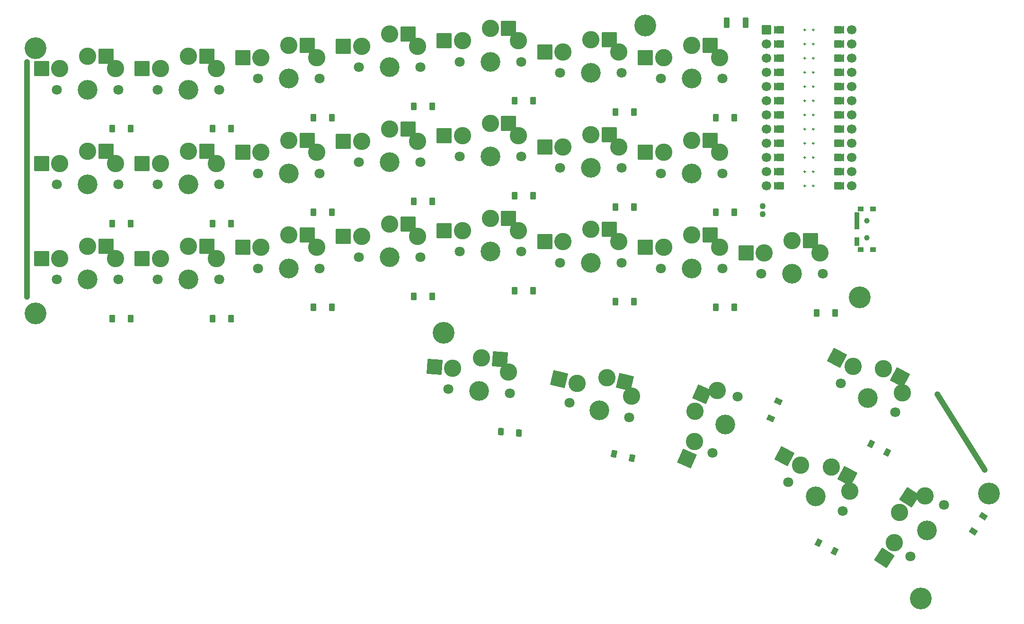
<source format=gbr>
%TF.GenerationSoftware,KiCad,Pcbnew,6.0.7*%
%TF.CreationDate,2022-09-18T19:07:01-04:00*%
%TF.ProjectId,flutter_v2_wren,666c7574-7465-4725-9f76-325f7772656e,v1.0.0*%
%TF.SameCoordinates,Original*%
%TF.FileFunction,Soldermask,Top*%
%TF.FilePolarity,Negative*%
%FSLAX46Y46*%
G04 Gerber Fmt 4.6, Leading zero omitted, Abs format (unit mm)*
G04 Created by KiCad (PCBNEW 6.0.7) date 2022-09-18 19:07:01*
%MOMM*%
%LPD*%
G01*
G04 APERTURE LIST*
G04 Aperture macros list*
%AMRoundRect*
0 Rectangle with rounded corners*
0 $1 Rounding radius*
0 $2 $3 $4 $5 $6 $7 $8 $9 X,Y pos of 4 corners*
0 Add a 4 corners polygon primitive as box body*
4,1,4,$2,$3,$4,$5,$6,$7,$8,$9,$2,$3,0*
0 Add four circle primitives for the rounded corners*
1,1,$1+$1,$2,$3*
1,1,$1+$1,$4,$5*
1,1,$1+$1,$6,$7*
1,1,$1+$1,$8,$9*
0 Add four rect primitives between the rounded corners*
20,1,$1+$1,$2,$3,$4,$5,0*
20,1,$1+$1,$4,$5,$6,$7,0*
20,1,$1+$1,$6,$7,$8,$9,0*
20,1,$1+$1,$8,$9,$2,$3,0*%
%AMFreePoly0*
4,1,14,0.635355,0.435355,0.650000,0.400000,0.650000,0.200000,0.635355,0.164645,0.035355,-0.435355,0.000000,-0.450000,-0.035355,-0.435355,-0.635355,0.164645,-0.650000,0.200000,-0.650000,0.400000,-0.635355,0.435355,-0.600000,0.450000,0.600000,0.450000,0.635355,0.435355,0.635355,0.435355,$1*%
%AMFreePoly1*
4,1,16,0.635355,1.035355,0.650000,1.000000,0.650000,-0.250000,0.635355,-0.285355,0.600000,-0.300000,-0.600000,-0.300000,-0.635355,-0.285355,-0.650000,-0.250000,-0.650000,1.000000,-0.635355,1.035355,-0.600000,1.050000,-0.564645,1.035355,0.000000,0.470710,0.564645,1.035355,0.600000,1.050000,0.635355,1.035355,0.635355,1.035355,$1*%
G04 Aperture macros list end*
%ADD10C,1.000000*%
%ADD11C,0.250000*%
%ADD12C,0.100000*%
%ADD13C,1.100000*%
%ADD14RoundRect,0.050000X0.450000X0.600000X-0.450000X0.600000X-0.450000X-0.600000X0.450000X-0.600000X0*%
%ADD15RoundRect,0.050000X0.679009X0.318506X-0.115643X0.741031X-0.679009X-0.318506X0.115643X-0.741031X0*%
%ADD16C,3.900000*%
%ADD17C,1.801800*%
%ADD18C,3.100000*%
%ADD19C,3.529000*%
%ADD20RoundRect,0.050000X-1.300000X-1.300000X1.300000X-1.300000X1.300000X1.300000X-1.300000X1.300000X0*%
%ADD21RoundRect,0.050000X0.382241X-1.798302X1.798302X0.382241X-0.382241X1.798302X-1.798302X-0.382241X0*%
%ADD22RoundRect,0.050000X-1.758145X-0.537519X0.537519X-1.758145X1.758145X0.537519X-0.537519X1.758145X0*%
%ADD23RoundRect,0.050000X-1.387517X-1.206150X1.206150X-1.387517X1.387517X1.206150X-1.206150X1.387517X0*%
%ADD24C,1.000000*%
%ADD25RoundRect,0.050000X-0.500000X-0.400000X0.500000X-0.400000X0.500000X0.400000X-0.500000X0.400000X0*%
%ADD26RoundRect,0.050000X-0.350000X-0.750000X0.350000X-0.750000X0.350000X0.750000X-0.350000X0.750000X0*%
%ADD27RoundRect,0.050000X-1.567560X-0.960602X0.960602X-1.567560X1.567560X0.960602X-0.960602X1.567560X0*%
%ADD28RoundRect,0.050000X-0.365096X0.655137X-0.731159X-0.167053X0.365096X-0.655137X0.731159X0.167053X0*%
%ADD29RoundRect,0.050000X0.490758X0.567148X-0.407050X0.629929X-0.490758X-0.567148X0.407050X-0.629929X0*%
%ADD30RoundRect,0.050000X0.658851X-1.716367X1.716367X0.658851X-0.658851X1.716367X-1.716367X-0.658851X0*%
%ADD31RoundRect,0.050000X-0.258115X0.704185X-0.748290X-0.050618X0.258115X-0.704185X0.748290X0.050618X0*%
%ADD32RoundRect,0.050000X0.577634X0.478372X-0.297499X0.688472X-0.577634X-0.478372X0.297499X-0.688472X0*%
%ADD33C,1.700000*%
%ADD34FreePoly0,90.000000*%
%ADD35RoundRect,0.050000X-0.800000X0.800000X-0.800000X-0.800000X0.800000X-0.800000X0.800000X0.800000X0*%
%ADD36FreePoly0,270.000000*%
%ADD37FreePoly1,270.000000*%
%ADD38FreePoly1,90.000000*%
%ADD39RoundRect,0.050000X-0.450000X-0.850000X0.450000X-0.850000X0.450000X0.850000X-0.450000X0.850000X0*%
G04 APERTURE END LIST*
D10*
X151933710Y-20574099D02*
X160433710Y-34074099D01*
X-10822339Y38925536D02*
X-10822339Y-3074464D01*
D11*
%TO.C,MCU1*%
X129887000Y16780000D02*
G75*
G03*
X129887000Y16780000I-125000J0D01*
G01*
X129887000Y26940000D02*
G75*
G03*
X129887000Y26940000I-125000J0D01*
G01*
X129887000Y24400000D02*
G75*
G03*
X129887000Y24400000I-125000J0D01*
G01*
X128363000Y42180000D02*
G75*
G03*
X128363000Y42180000I-125000J0D01*
G01*
X128363000Y19320000D02*
G75*
G03*
X128363000Y19320000I-125000J0D01*
G01*
X129887000Y39640000D02*
G75*
G03*
X129887000Y39640000I-125000J0D01*
G01*
X129887000Y44720000D02*
G75*
G03*
X129887000Y44720000I-125000J0D01*
G01*
X129887000Y29480000D02*
G75*
G03*
X129887000Y29480000I-125000J0D01*
G01*
X128363000Y37100000D02*
G75*
G03*
X128363000Y37100000I-125000J0D01*
G01*
X128363000Y24400000D02*
G75*
G03*
X128363000Y24400000I-125000J0D01*
G01*
X129887000Y19320000D02*
G75*
G03*
X129887000Y19320000I-125000J0D01*
G01*
X128363000Y39640000D02*
G75*
G03*
X128363000Y39640000I-125000J0D01*
G01*
X129887000Y34560000D02*
G75*
G03*
X129887000Y34560000I-125000J0D01*
G01*
X129887000Y37100000D02*
G75*
G03*
X129887000Y37100000I-125000J0D01*
G01*
X128363000Y44720000D02*
G75*
G03*
X128363000Y44720000I-125000J0D01*
G01*
X128363000Y32020000D02*
G75*
G03*
X128363000Y32020000I-125000J0D01*
G01*
X129887000Y32020000D02*
G75*
G03*
X129887000Y32020000I-125000J0D01*
G01*
X128363000Y26940000D02*
G75*
G03*
X128363000Y26940000I-125000J0D01*
G01*
X128363000Y34560000D02*
G75*
G03*
X128363000Y34560000I-125000J0D01*
G01*
X129887000Y42180000D02*
G75*
G03*
X129887000Y42180000I-125000J0D01*
G01*
X128363000Y21860000D02*
G75*
G03*
X128363000Y21860000I-125000J0D01*
G01*
X128363000Y29480000D02*
G75*
G03*
X128363000Y29480000I-125000J0D01*
G01*
X129887000Y21860000D02*
G75*
G03*
X129887000Y21860000I-125000J0D01*
G01*
X128363000Y16780000D02*
G75*
G03*
X128363000Y16780000I-125000J0D01*
G01*
G36*
X135096000Y16272000D02*
G01*
X134080000Y16272000D01*
X134080000Y17288000D01*
X135096000Y17288000D01*
X135096000Y16272000D01*
G37*
D12*
X135096000Y16272000D02*
X134080000Y16272000D01*
X134080000Y17288000D01*
X135096000Y17288000D01*
X135096000Y16272000D01*
G36*
X123920000Y28972000D02*
G01*
X122904000Y28972000D01*
X122904000Y29988000D01*
X123920000Y29988000D01*
X123920000Y28972000D01*
G37*
X123920000Y28972000D02*
X122904000Y28972000D01*
X122904000Y29988000D01*
X123920000Y29988000D01*
X123920000Y28972000D01*
G36*
X135096000Y23892000D02*
G01*
X134080000Y23892000D01*
X134080000Y24908000D01*
X135096000Y24908000D01*
X135096000Y23892000D01*
G37*
X135096000Y23892000D02*
X134080000Y23892000D01*
X134080000Y24908000D01*
X135096000Y24908000D01*
X135096000Y23892000D01*
G36*
X123920000Y21352000D02*
G01*
X122904000Y21352000D01*
X122904000Y22368000D01*
X123920000Y22368000D01*
X123920000Y21352000D01*
G37*
X123920000Y21352000D02*
X122904000Y21352000D01*
X122904000Y22368000D01*
X123920000Y22368000D01*
X123920000Y21352000D01*
G36*
X135096000Y28972000D02*
G01*
X134080000Y28972000D01*
X134080000Y29988000D01*
X135096000Y29988000D01*
X135096000Y28972000D01*
G37*
X135096000Y28972000D02*
X134080000Y28972000D01*
X134080000Y29988000D01*
X135096000Y29988000D01*
X135096000Y28972000D01*
G36*
X135096000Y44212000D02*
G01*
X134080000Y44212000D01*
X134080000Y45228000D01*
X135096000Y45228000D01*
X135096000Y44212000D01*
G37*
X135096000Y44212000D02*
X134080000Y44212000D01*
X134080000Y45228000D01*
X135096000Y45228000D01*
X135096000Y44212000D01*
G36*
X123920000Y26432000D02*
G01*
X122904000Y26432000D01*
X122904000Y27448000D01*
X123920000Y27448000D01*
X123920000Y26432000D01*
G37*
X123920000Y26432000D02*
X122904000Y26432000D01*
X122904000Y27448000D01*
X123920000Y27448000D01*
X123920000Y26432000D01*
G36*
X123920000Y31512000D02*
G01*
X122904000Y31512000D01*
X122904000Y32528000D01*
X123920000Y32528000D01*
X123920000Y31512000D01*
G37*
X123920000Y31512000D02*
X122904000Y31512000D01*
X122904000Y32528000D01*
X123920000Y32528000D01*
X123920000Y31512000D01*
G36*
X135096000Y34052000D02*
G01*
X134080000Y34052000D01*
X134080000Y35068000D01*
X135096000Y35068000D01*
X135096000Y34052000D01*
G37*
X135096000Y34052000D02*
X134080000Y34052000D01*
X134080000Y35068000D01*
X135096000Y35068000D01*
X135096000Y34052000D01*
G36*
X135096000Y31512000D02*
G01*
X134080000Y31512000D01*
X134080000Y32528000D01*
X135096000Y32528000D01*
X135096000Y31512000D01*
G37*
X135096000Y31512000D02*
X134080000Y31512000D01*
X134080000Y32528000D01*
X135096000Y32528000D01*
X135096000Y31512000D01*
G36*
X123920000Y41672000D02*
G01*
X122904000Y41672000D01*
X122904000Y42688000D01*
X123920000Y42688000D01*
X123920000Y41672000D01*
G37*
X123920000Y41672000D02*
X122904000Y41672000D01*
X122904000Y42688000D01*
X123920000Y42688000D01*
X123920000Y41672000D01*
G36*
X123920000Y36592000D02*
G01*
X122904000Y36592000D01*
X122904000Y37608000D01*
X123920000Y37608000D01*
X123920000Y36592000D01*
G37*
X123920000Y36592000D02*
X122904000Y36592000D01*
X122904000Y37608000D01*
X123920000Y37608000D01*
X123920000Y36592000D01*
G36*
X135096000Y21352000D02*
G01*
X134080000Y21352000D01*
X134080000Y22368000D01*
X135096000Y22368000D01*
X135096000Y21352000D01*
G37*
X135096000Y21352000D02*
X134080000Y21352000D01*
X134080000Y22368000D01*
X135096000Y22368000D01*
X135096000Y21352000D01*
G36*
X135096000Y36592000D02*
G01*
X134080000Y36592000D01*
X134080000Y37608000D01*
X135096000Y37608000D01*
X135096000Y36592000D01*
G37*
X135096000Y36592000D02*
X134080000Y36592000D01*
X134080000Y37608000D01*
X135096000Y37608000D01*
X135096000Y36592000D01*
G36*
X123920000Y39132000D02*
G01*
X122904000Y39132000D01*
X122904000Y40148000D01*
X123920000Y40148000D01*
X123920000Y39132000D01*
G37*
X123920000Y39132000D02*
X122904000Y39132000D01*
X122904000Y40148000D01*
X123920000Y40148000D01*
X123920000Y39132000D01*
G36*
X123920000Y44212000D02*
G01*
X122904000Y44212000D01*
X122904000Y45228000D01*
X123920000Y45228000D01*
X123920000Y44212000D01*
G37*
X123920000Y44212000D02*
X122904000Y44212000D01*
X122904000Y45228000D01*
X123920000Y45228000D01*
X123920000Y44212000D01*
G36*
X123920000Y18812000D02*
G01*
X122904000Y18812000D01*
X122904000Y19828000D01*
X123920000Y19828000D01*
X123920000Y18812000D01*
G37*
X123920000Y18812000D02*
X122904000Y18812000D01*
X122904000Y19828000D01*
X123920000Y19828000D01*
X123920000Y18812000D01*
G36*
X123920000Y34052000D02*
G01*
X122904000Y34052000D01*
X122904000Y35068000D01*
X123920000Y35068000D01*
X123920000Y34052000D01*
G37*
X123920000Y34052000D02*
X122904000Y34052000D01*
X122904000Y35068000D01*
X123920000Y35068000D01*
X123920000Y34052000D01*
G36*
X135096000Y26432000D02*
G01*
X134080000Y26432000D01*
X134080000Y27448000D01*
X135096000Y27448000D01*
X135096000Y26432000D01*
G37*
X135096000Y26432000D02*
X134080000Y26432000D01*
X134080000Y27448000D01*
X135096000Y27448000D01*
X135096000Y26432000D01*
G36*
X135096000Y41672000D02*
G01*
X134080000Y41672000D01*
X134080000Y42688000D01*
X135096000Y42688000D01*
X135096000Y41672000D01*
G37*
X135096000Y41672000D02*
X134080000Y41672000D01*
X134080000Y42688000D01*
X135096000Y42688000D01*
X135096000Y41672000D01*
G36*
X123920000Y23892000D02*
G01*
X122904000Y23892000D01*
X122904000Y24908000D01*
X123920000Y24908000D01*
X123920000Y23892000D01*
G37*
X123920000Y23892000D02*
X122904000Y23892000D01*
X122904000Y24908000D01*
X123920000Y24908000D01*
X123920000Y23892000D01*
G36*
X135096000Y39132000D02*
G01*
X134080000Y39132000D01*
X134080000Y40148000D01*
X135096000Y40148000D01*
X135096000Y39132000D01*
G37*
X135096000Y39132000D02*
X134080000Y39132000D01*
X134080000Y40148000D01*
X135096000Y40148000D01*
X135096000Y39132000D01*
G36*
X123920000Y16272000D02*
G01*
X122904000Y16272000D01*
X122904000Y17288000D01*
X123920000Y17288000D01*
X123920000Y16272000D01*
G37*
X123920000Y16272000D02*
X122904000Y16272000D01*
X122904000Y17288000D01*
X123920000Y17288000D01*
X123920000Y16272000D01*
G36*
X135096000Y18812000D02*
G01*
X134080000Y18812000D01*
X134080000Y19828000D01*
X135096000Y19828000D01*
X135096000Y18812000D01*
G37*
X135096000Y18812000D02*
X134080000Y18812000D01*
X134080000Y19828000D01*
X135096000Y19828000D01*
X135096000Y18812000D01*
%TD*%
D13*
%TO.C,*%
X120677661Y13175536D03*
X120677661Y11675536D03*
%TD*%
D14*
%TO.C,D1*%
X7650000Y-7000000D03*
X4350000Y-7000000D03*
%TD*%
%TO.C,D2*%
X7650000Y10000000D03*
X4350000Y10000000D03*
%TD*%
%TO.C,D3*%
X7650000Y27000000D03*
X4350000Y27000000D03*
%TD*%
D15*
%TO.C,D24*%
X143013559Y-30998308D03*
X140099831Y-29449052D03*
%TD*%
D16*
%TO.C,REF\u002A\u002A*%
X63677661Y-9574464D03*
%TD*%
D17*
%TO.C,S2*%
X5500000Y17000000D03*
X-5500000Y17000000D03*
D18*
X0Y22950000D03*
D19*
X0Y17000000D03*
D18*
X0Y22950000D03*
X5000000Y20750000D03*
X-5000000Y20750000D03*
D20*
X3275000Y22950000D03*
X-8275000Y20750000D03*
%TD*%
D18*
%TO.C,S25*%
X145144101Y-41736944D03*
X145144101Y-41736944D03*
X144265981Y-47128502D03*
D17*
X153129706Y-40364858D03*
X147138676Y-49590234D03*
D18*
X149712372Y-38741797D03*
D19*
X150134191Y-44977546D03*
D21*
X146927794Y-38990298D03*
X142482288Y-49875149D03*
%TD*%
D15*
%TO.C,D23*%
X133624127Y-48657260D03*
X130710399Y-47108004D03*
%TD*%
D17*
%TO.C,S7*%
X30500000Y2000000D03*
D18*
X36000000Y7950000D03*
X36000000Y7950000D03*
D19*
X36000000Y2000000D03*
D18*
X41000000Y5750000D03*
D17*
X41500000Y2000000D03*
D18*
X31000000Y5750000D03*
D20*
X39275000Y7950000D03*
X27725000Y5750000D03*
%TD*%
D18*
%TO.C,S17*%
X85000000Y23750000D03*
D19*
X90000000Y20000000D03*
D18*
X95000000Y23750000D03*
X90000000Y25950000D03*
X90000000Y25950000D03*
D17*
X84500000Y20000000D03*
X95500000Y20000000D03*
D20*
X93275000Y25950000D03*
X81725000Y23750000D03*
%TD*%
D16*
%TO.C,REF\u002A\u002A*%
X99677661Y45483540D03*
%TD*%
D17*
%TO.C,S14*%
X77500000Y22000000D03*
D19*
X72000000Y22000000D03*
D18*
X72000000Y27950000D03*
D17*
X66500000Y22000000D03*
D18*
X67000000Y25750000D03*
X77000000Y25750000D03*
X72000000Y27950000D03*
D20*
X75275000Y27950000D03*
X63725000Y25750000D03*
%TD*%
D19*
%TO.C,S11*%
X54000000Y21000000D03*
D18*
X49000000Y24750000D03*
D17*
X48500000Y21000000D03*
D18*
X59000000Y24750000D03*
X54000000Y26950000D03*
D17*
X59500000Y21000000D03*
D18*
X54000000Y26950000D03*
D20*
X57275000Y26950000D03*
X45725000Y24750000D03*
%TD*%
D14*
%TO.C,D17*%
X97650000Y13000000D03*
X94350000Y13000000D03*
%TD*%
D17*
%TO.C,S8*%
X30500000Y19000000D03*
X41500000Y19000000D03*
D18*
X36000000Y24950000D03*
X31000000Y22750000D03*
X36000000Y24950000D03*
X41000000Y22750000D03*
D19*
X36000000Y19000000D03*
D20*
X39275000Y24950000D03*
X27725000Y22750000D03*
%TD*%
D16*
%TO.C,REF\u002A\u002A*%
X-9322339Y-6074464D03*
%TD*%
D18*
%TO.C,S18*%
X90000000Y42950000D03*
X90000000Y42950000D03*
D17*
X95500000Y37000000D03*
D18*
X95000000Y40750000D03*
D17*
X84500000Y37000000D03*
D18*
X85000000Y40750000D03*
D19*
X90000000Y37000000D03*
D20*
X93275000Y42950000D03*
X81725000Y40750000D03*
%TD*%
D17*
%TO.C,S6*%
X12500000Y34000000D03*
D18*
X23000000Y37750000D03*
D17*
X23500000Y34000000D03*
D18*
X18000000Y39950000D03*
X18000000Y39950000D03*
D19*
X18000000Y34000000D03*
D18*
X13000000Y37750000D03*
D20*
X21275000Y39950000D03*
X9725000Y37750000D03*
%TD*%
D16*
%TO.C,REF\u002A\u002A*%
X138054479Y-3222702D03*
%TD*%
D14*
%TO.C,D11*%
X61650000Y14000000D03*
X58350000Y14000000D03*
%TD*%
D16*
%TO.C,REF\u002A\u002A*%
X149005076Y-57092882D03*
%TD*%
D14*
%TO.C,D19*%
X115650000Y-5000000D03*
X112350000Y-5000000D03*
%TD*%
D18*
%TO.C,S4*%
X18000000Y5950000D03*
D17*
X12500000Y0D03*
D18*
X23000000Y3750000D03*
D17*
X23500000Y0D03*
D19*
X18000000Y0D03*
D18*
X13000000Y3750000D03*
X18000000Y5950000D03*
D20*
X21275000Y5950000D03*
X9725000Y3750000D03*
%TD*%
D18*
%TO.C,S24*%
X142338666Y-15972679D03*
D19*
X139545310Y-21226217D03*
D17*
X134689098Y-18644123D03*
D18*
X142338666Y-15972679D03*
X145720566Y-20262521D03*
X136891090Y-15567806D03*
D17*
X144401522Y-23808311D03*
D22*
X145230319Y-17510198D03*
X133999437Y-14030286D03*
%TD*%
D14*
%TO.C,D20*%
X115650000Y12000000D03*
X112350000Y12000000D03*
%TD*%
D17*
%TO.C,S10*%
X48500000Y4000000D03*
X59500000Y4000000D03*
D18*
X59000000Y7750000D03*
D19*
X54000000Y4000000D03*
D18*
X49000000Y7750000D03*
X54000000Y9950000D03*
X54000000Y9950000D03*
D20*
X57275000Y9950000D03*
X45725000Y7750000D03*
%TD*%
D18*
%TO.C,S3*%
X0Y39950000D03*
D17*
X5500000Y34000000D03*
D18*
X-5000000Y37750000D03*
X0Y39950000D03*
X5000000Y37750000D03*
D19*
X0Y34000000D03*
D17*
X-5500000Y34000000D03*
D20*
X3275000Y39950000D03*
X-8275000Y37750000D03*
%TD*%
D18*
%TO.C,S27*%
X65273767Y-15910352D03*
D17*
X75486602Y-20383661D03*
D18*
X75249407Y-16607917D03*
X70415051Y-14064494D03*
D19*
X70000000Y-20000000D03*
D18*
X70415051Y-14064494D03*
D17*
X64513398Y-19616339D03*
D23*
X73682073Y-14292946D03*
X62006744Y-15681900D03*
%TD*%
D18*
%TO.C,S13*%
X77000000Y8750000D03*
X72000000Y10950000D03*
X72000000Y10950000D03*
D17*
X66500000Y5000000D03*
X77500000Y5000000D03*
D18*
X67000000Y8750000D03*
D19*
X72000000Y5000000D03*
D20*
X75275000Y10950000D03*
X63725000Y8750000D03*
%TD*%
D14*
%TO.C,D18*%
X97650000Y30000000D03*
X94350000Y30000000D03*
%TD*%
D18*
%TO.C,S21*%
X103000000Y39750000D03*
X108000000Y41950000D03*
D17*
X113500000Y36000000D03*
D18*
X113000000Y39750000D03*
X108000000Y41950000D03*
D17*
X102500000Y36000000D03*
D19*
X108000000Y36000000D03*
D20*
X111275000Y41950000D03*
X99725000Y39750000D03*
%TD*%
D18*
%TO.C,S20*%
X108000000Y24950000D03*
D17*
X102500000Y19000000D03*
D18*
X113000000Y22750000D03*
X103000000Y22750000D03*
D17*
X113500000Y19000000D03*
D18*
X108000000Y24950000D03*
D19*
X108000000Y19000000D03*
D20*
X111275000Y24950000D03*
X99725000Y22750000D03*
%TD*%
D14*
%TO.C,D10*%
X61650000Y-3000000D03*
X58350000Y-3000000D03*
%TD*%
%TO.C,D13*%
X79650000Y-2000000D03*
X76350000Y-2000000D03*
%TD*%
%TO.C,D15*%
X79650000Y32000000D03*
X76350000Y32000000D03*
%TD*%
D24*
%TO.C,*%
X139330000Y10500000D03*
X139330000Y10500000D03*
D25*
X140430000Y5350000D03*
X138220000Y12650000D03*
D24*
X139330000Y7500000D03*
D25*
X140430000Y12650000D03*
X138220000Y5350000D03*
D24*
X139330000Y7500000D03*
D26*
X137570000Y6750000D03*
X137570000Y9750000D03*
X137570000Y11250000D03*
%TD*%
D14*
%TO.C,D26*%
X133650000Y-6000000D03*
X130350000Y-6000000D03*
%TD*%
D18*
%TO.C,S15*%
X72000000Y44950000D03*
D17*
X77500000Y39000000D03*
D19*
X72000000Y39000000D03*
D18*
X77000000Y42750000D03*
X67000000Y42750000D03*
X72000000Y44950000D03*
D17*
X66500000Y39000000D03*
D20*
X75275000Y44950000D03*
X63725000Y42750000D03*
%TD*%
D14*
%TO.C,D4*%
X25650000Y-7000000D03*
X22350000Y-7000000D03*
%TD*%
D19*
%TO.C,S5*%
X18000000Y17000000D03*
D18*
X18000000Y22950000D03*
D17*
X12500000Y17000000D03*
D18*
X13000000Y20750000D03*
X23000000Y20750000D03*
D17*
X23500000Y17000000D03*
D18*
X18000000Y22950000D03*
D20*
X21275000Y22950000D03*
X9725000Y20750000D03*
%TD*%
D19*
%TO.C,S9*%
X36000000Y36000000D03*
D18*
X36000000Y41950000D03*
X31000000Y39750000D03*
D17*
X30500000Y36000000D03*
D18*
X36000000Y41950000D03*
D17*
X41500000Y36000000D03*
D18*
X41000000Y39750000D03*
D20*
X39275000Y41950000D03*
X27725000Y39750000D03*
%TD*%
D14*
%TO.C,D7*%
X43650000Y-5000000D03*
X40350000Y-5000000D03*
%TD*%
D18*
%TO.C,S16*%
X90000000Y8950000D03*
D19*
X90000000Y3000000D03*
D18*
X90000000Y8950000D03*
D17*
X84500000Y3000000D03*
X95500000Y3000000D03*
D18*
X85000000Y6750000D03*
X95000000Y6750000D03*
D20*
X93275000Y8950000D03*
X81725000Y6750000D03*
%TD*%
D18*
%TO.C,S28*%
X87513571Y-18586386D03*
D17*
X86151965Y-22116050D03*
D19*
X91500000Y-23400000D03*
D18*
X92889000Y-17614399D03*
D17*
X96848035Y-24683950D03*
D18*
X92889000Y-17614399D03*
X97237270Y-20920840D03*
D27*
X96073511Y-18378933D03*
X84329059Y-17821852D03*
%TD*%
D14*
%TO.C,D16*%
X97650000Y-4000000D03*
X94350000Y-4000000D03*
%TD*%
%TO.C,D8*%
X43650000Y12000000D03*
X40350000Y12000000D03*
%TD*%
D28*
%TO.C,D22*%
X123506353Y-21858534D03*
X122164123Y-24873234D03*
%TD*%
D29*
%TO.C,D27*%
X77143070Y-27516585D03*
X73851108Y-27286389D03*
%TD*%
D18*
%TO.C,S22*%
X108564405Y-23579917D03*
X108540521Y-29042465D03*
X108564405Y-23579917D03*
X112607888Y-19907010D03*
D17*
X116237052Y-20975500D03*
D19*
X114000000Y-26000000D03*
D17*
X111762948Y-31024500D03*
D30*
X109896467Y-20588056D03*
X107208459Y-32034326D03*
%TD*%
D31*
%TO.C,D25*%
X160171373Y-42374190D03*
X158374065Y-45141802D03*
%TD*%
D16*
%TO.C,REF\u002A\u002A*%
X-9322339Y41425536D03*
%TD*%
D32*
%TO.C,D28*%
X97304512Y-31992447D03*
X94095692Y-31222077D03*
%TD*%
D14*
%TO.C,D21*%
X115650000Y29000000D03*
X112350000Y29000000D03*
%TD*%
%TO.C,D9*%
X43650000Y29000000D03*
X40350000Y29000000D03*
%TD*%
%TO.C,D12*%
X61650000Y31000000D03*
X58350000Y31000000D03*
%TD*%
D18*
%TO.C,S12*%
X54000000Y43950000D03*
X54000000Y43950000D03*
D19*
X54000000Y38000000D03*
D18*
X59000000Y41750000D03*
X49000000Y41750000D03*
D17*
X48500000Y38000000D03*
X59500000Y38000000D03*
D20*
X57275000Y43950000D03*
X45725000Y41750000D03*
%TD*%
D16*
%TO.C,REF\u002A\u002A*%
X161177661Y-38318191D03*
%TD*%
D14*
%TO.C,D5*%
X25650000Y10000000D03*
X22350000Y10000000D03*
%TD*%
D33*
%TO.C,MCU1*%
X121380000Y29480000D03*
X136620000Y26940000D03*
D34*
X123158000Y39640000D03*
D33*
X136620000Y44720000D03*
D35*
X121380000Y44720000D03*
D36*
X134842000Y37100000D03*
D34*
X123158000Y26940000D03*
D36*
X134842000Y44720000D03*
D33*
X136620000Y24400000D03*
X121380000Y24400000D03*
D34*
X123158000Y29480000D03*
D36*
X134842000Y19320000D03*
D33*
X136620000Y37100000D03*
D36*
X134842000Y32020000D03*
X134842000Y39640000D03*
D34*
X123158000Y44720000D03*
D33*
X121380000Y34560000D03*
D36*
X134842000Y26940000D03*
X134842000Y21860000D03*
D33*
X121380000Y37100000D03*
X136620000Y19320000D03*
X121380000Y42180000D03*
X136620000Y42180000D03*
X136620000Y32020000D03*
D36*
X134842000Y29480000D03*
D33*
X136620000Y29480000D03*
D34*
X123158000Y42180000D03*
D33*
X121380000Y32020000D03*
D36*
X134842000Y16780000D03*
X134842000Y34560000D03*
D34*
X123158000Y21860000D03*
D33*
X136620000Y21860000D03*
D36*
X134842000Y42180000D03*
D34*
X123158000Y32020000D03*
D33*
X136620000Y39640000D03*
X121380000Y19320000D03*
X121380000Y16780000D03*
D34*
X123158000Y24400000D03*
X123158000Y34560000D03*
D36*
X134842000Y24400000D03*
D33*
X121380000Y26940000D03*
D34*
X123158000Y19320000D03*
D33*
X121380000Y44720000D03*
X121380000Y21860000D03*
D34*
X123158000Y37100000D03*
D33*
X136620000Y34560000D03*
D34*
X123158000Y16780000D03*
D33*
X121380000Y39640000D03*
X136620000Y16780000D03*
D37*
X133826000Y44720000D03*
X133826000Y42180000D03*
X133826000Y39640000D03*
X133826000Y37100000D03*
X133826000Y34560000D03*
X133826000Y32020000D03*
X133826000Y29480000D03*
X133826000Y26940000D03*
X133826000Y24400000D03*
X133826000Y21860000D03*
X133826000Y19320000D03*
X133826000Y16780000D03*
D38*
X124174000Y16780000D03*
X124174000Y19320000D03*
X124174000Y21860000D03*
X124174000Y24400000D03*
X124174000Y26940000D03*
X124174000Y29480000D03*
X124174000Y32020000D03*
X124174000Y34560000D03*
X124174000Y37100000D03*
X124174000Y39640000D03*
X124174000Y42180000D03*
X124174000Y44720000D03*
%TD*%
D39*
%TO.C,*%
X117700000Y46000000D03*
X114300000Y46000000D03*
%TD*%
D17*
%TO.C,S19*%
X113500000Y2000000D03*
D18*
X108000000Y7950000D03*
X113000000Y5750000D03*
X108000000Y7950000D03*
X103000000Y5750000D03*
D19*
X108000000Y2000000D03*
D17*
X102500000Y2000000D03*
D20*
X111275000Y7950000D03*
X99725000Y5750000D03*
%TD*%
D14*
%TO.C,D14*%
X79650000Y15000000D03*
X76350000Y15000000D03*
%TD*%
D18*
%TO.C,S26*%
X126000000Y6950000D03*
D17*
X131500000Y1000000D03*
D18*
X131000000Y4750000D03*
D19*
X126000000Y1000000D03*
D18*
X121000000Y4750000D03*
X126000000Y6950000D03*
D17*
X120500000Y1000000D03*
D20*
X129275000Y6950000D03*
X117725000Y4750000D03*
%TD*%
D14*
%TO.C,D6*%
X25650000Y27000000D03*
X22350000Y27000000D03*
%TD*%
D19*
%TO.C,S1*%
X0Y0D03*
D17*
X-5500000Y0D03*
D18*
X5000000Y3750000D03*
D17*
X5500000Y0D03*
D18*
X0Y5950000D03*
X0Y5950000D03*
X-5000000Y3750000D03*
D20*
X3275000Y5950000D03*
X-8275000Y3750000D03*
%TD*%
D17*
%TO.C,S23*%
X125299667Y-36303075D03*
D19*
X130155879Y-38885169D03*
D18*
X127501659Y-33226758D03*
X132949235Y-33631631D03*
D17*
X135012091Y-41467263D03*
D18*
X132949235Y-33631631D03*
X136331135Y-37921473D03*
D22*
X135840888Y-35169150D03*
X124610006Y-31689238D03*
%TD*%
M02*

</source>
